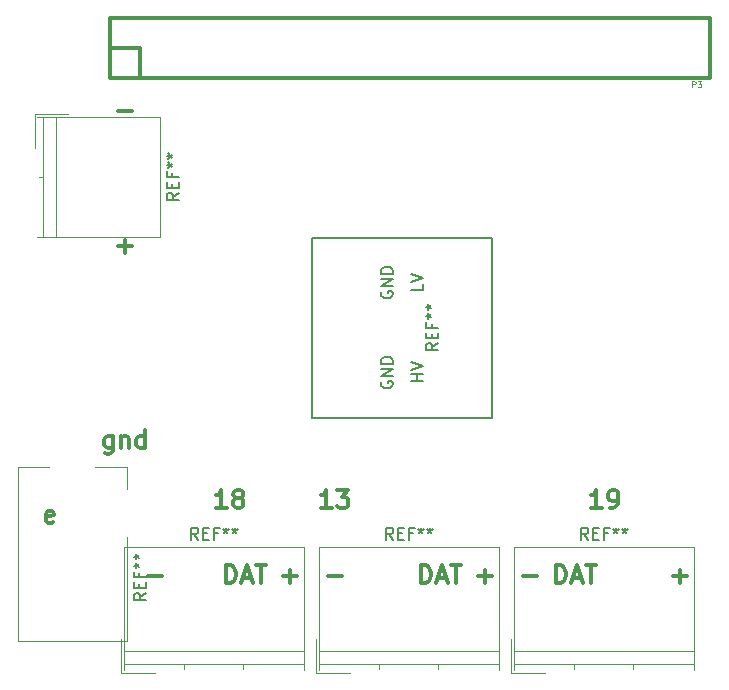
<source format=gto>
G04 #@! TF.FileFunction,Legend,Top*
%FSLAX46Y46*%
G04 Gerber Fmt 4.6, Leading zero omitted, Abs format (unit mm)*
G04 Created by KiCad (PCBNEW 4.0.7) date 10/03/17 12:38:28*
%MOMM*%
%LPD*%
G01*
G04 APERTURE LIST*
%ADD10C,0.100000*%
%ADD11C,0.300000*%
%ADD12C,0.304800*%
%ADD13C,0.120000*%
%ADD14C,0.150000*%
%ADD15C,0.125000*%
G04 APERTURE END LIST*
D10*
D11*
X130804286Y-113808571D02*
X129947143Y-113808571D01*
X130375715Y-113808571D02*
X130375715Y-112308571D01*
X130232858Y-112522857D01*
X130090000Y-112665714D01*
X129947143Y-112737143D01*
X131304286Y-112308571D02*
X132232857Y-112308571D01*
X131732857Y-112880000D01*
X131947143Y-112880000D01*
X132090000Y-112951429D01*
X132161429Y-113022857D01*
X132232857Y-113165714D01*
X132232857Y-113522857D01*
X132161429Y-113665714D01*
X132090000Y-113737143D01*
X131947143Y-113808571D01*
X131518571Y-113808571D01*
X131375714Y-113737143D01*
X131304286Y-113665714D01*
X107245714Y-115007143D02*
X107102857Y-115078571D01*
X106817143Y-115078571D01*
X106674286Y-115007143D01*
X106602857Y-114864286D01*
X106602857Y-114292857D01*
X106674286Y-114150000D01*
X106817143Y-114078571D01*
X107102857Y-114078571D01*
X107245714Y-114150000D01*
X107317143Y-114292857D01*
X107317143Y-114435714D01*
X106602857Y-114578571D01*
X153664286Y-113808571D02*
X152807143Y-113808571D01*
X153235715Y-113808571D02*
X153235715Y-112308571D01*
X153092858Y-112522857D01*
X152950000Y-112665714D01*
X152807143Y-112737143D01*
X154378571Y-113808571D02*
X154664286Y-113808571D01*
X154807143Y-113737143D01*
X154878571Y-113665714D01*
X155021429Y-113451429D01*
X155092857Y-113165714D01*
X155092857Y-112594286D01*
X155021429Y-112451429D01*
X154950000Y-112380000D01*
X154807143Y-112308571D01*
X154521429Y-112308571D01*
X154378571Y-112380000D01*
X154307143Y-112451429D01*
X154235714Y-112594286D01*
X154235714Y-112951429D01*
X154307143Y-113094286D01*
X154378571Y-113165714D01*
X154521429Y-113237143D01*
X154807143Y-113237143D01*
X154950000Y-113165714D01*
X155021429Y-113094286D01*
X155092857Y-112951429D01*
X121914286Y-113808571D02*
X121057143Y-113808571D01*
X121485715Y-113808571D02*
X121485715Y-112308571D01*
X121342858Y-112522857D01*
X121200000Y-112665714D01*
X121057143Y-112737143D01*
X122771429Y-112951429D02*
X122628571Y-112880000D01*
X122557143Y-112808571D01*
X122485714Y-112665714D01*
X122485714Y-112594286D01*
X122557143Y-112451429D01*
X122628571Y-112380000D01*
X122771429Y-112308571D01*
X123057143Y-112308571D01*
X123200000Y-112380000D01*
X123271429Y-112451429D01*
X123342857Y-112594286D01*
X123342857Y-112665714D01*
X123271429Y-112808571D01*
X123200000Y-112880000D01*
X123057143Y-112951429D01*
X122771429Y-112951429D01*
X122628571Y-113022857D01*
X122557143Y-113094286D01*
X122485714Y-113237143D01*
X122485714Y-113522857D01*
X122557143Y-113665714D01*
X122628571Y-113737143D01*
X122771429Y-113808571D01*
X123057143Y-113808571D01*
X123200000Y-113737143D01*
X123271429Y-113665714D01*
X123342857Y-113522857D01*
X123342857Y-113237143D01*
X123271429Y-113094286D01*
X123200000Y-113022857D01*
X123057143Y-112951429D01*
X112274286Y-107728571D02*
X112274286Y-108942857D01*
X112202857Y-109085714D01*
X112131429Y-109157143D01*
X111988572Y-109228571D01*
X111774286Y-109228571D01*
X111631429Y-109157143D01*
X112274286Y-108657143D02*
X112131429Y-108728571D01*
X111845715Y-108728571D01*
X111702857Y-108657143D01*
X111631429Y-108585714D01*
X111560000Y-108442857D01*
X111560000Y-108014286D01*
X111631429Y-107871429D01*
X111702857Y-107800000D01*
X111845715Y-107728571D01*
X112131429Y-107728571D01*
X112274286Y-107800000D01*
X112988572Y-107728571D02*
X112988572Y-108728571D01*
X112988572Y-107871429D02*
X113060000Y-107800000D01*
X113202858Y-107728571D01*
X113417143Y-107728571D01*
X113560000Y-107800000D01*
X113631429Y-107942857D01*
X113631429Y-108728571D01*
X114988572Y-108728571D02*
X114988572Y-107228571D01*
X114988572Y-108657143D02*
X114845715Y-108728571D01*
X114560001Y-108728571D01*
X114417143Y-108657143D01*
X114345715Y-108585714D01*
X114274286Y-108442857D01*
X114274286Y-108014286D01*
X114345715Y-107871429D01*
X114417143Y-107800000D01*
X114560001Y-107728571D01*
X114845715Y-107728571D01*
X114988572Y-107800000D01*
X149802858Y-120158571D02*
X149802858Y-118658571D01*
X150160001Y-118658571D01*
X150374286Y-118730000D01*
X150517144Y-118872857D01*
X150588572Y-119015714D01*
X150660001Y-119301429D01*
X150660001Y-119515714D01*
X150588572Y-119801429D01*
X150517144Y-119944286D01*
X150374286Y-120087143D01*
X150160001Y-120158571D01*
X149802858Y-120158571D01*
X151231429Y-119730000D02*
X151945715Y-119730000D01*
X151088572Y-120158571D02*
X151588572Y-118658571D01*
X152088572Y-120158571D01*
X152374286Y-118658571D02*
X153231429Y-118658571D01*
X152802858Y-120158571D02*
X152802858Y-118658571D01*
X138372858Y-120158571D02*
X138372858Y-118658571D01*
X138730001Y-118658571D01*
X138944286Y-118730000D01*
X139087144Y-118872857D01*
X139158572Y-119015714D01*
X139230001Y-119301429D01*
X139230001Y-119515714D01*
X139158572Y-119801429D01*
X139087144Y-119944286D01*
X138944286Y-120087143D01*
X138730001Y-120158571D01*
X138372858Y-120158571D01*
X139801429Y-119730000D02*
X140515715Y-119730000D01*
X139658572Y-120158571D02*
X140158572Y-118658571D01*
X140658572Y-120158571D01*
X140944286Y-118658571D02*
X141801429Y-118658571D01*
X141372858Y-120158571D02*
X141372858Y-118658571D01*
X121862858Y-120158571D02*
X121862858Y-118658571D01*
X122220001Y-118658571D01*
X122434286Y-118730000D01*
X122577144Y-118872857D01*
X122648572Y-119015714D01*
X122720001Y-119301429D01*
X122720001Y-119515714D01*
X122648572Y-119801429D01*
X122577144Y-119944286D01*
X122434286Y-120087143D01*
X122220001Y-120158571D01*
X121862858Y-120158571D01*
X123291429Y-119730000D02*
X124005715Y-119730000D01*
X123148572Y-120158571D02*
X123648572Y-118658571D01*
X124148572Y-120158571D01*
X124434286Y-118658571D02*
X125291429Y-118658571D01*
X124862858Y-120158571D02*
X124862858Y-118658571D01*
X147028572Y-119587143D02*
X148171429Y-119587143D01*
X130518572Y-119587143D02*
X131661429Y-119587143D01*
X115278572Y-119587143D02*
X116421429Y-119587143D01*
X112738572Y-80217143D02*
X113881429Y-80217143D01*
X112738572Y-91647143D02*
X113881429Y-91647143D01*
X113310000Y-92218571D02*
X113310000Y-91075714D01*
X159728572Y-119587143D02*
X160871429Y-119587143D01*
X160300000Y-120158571D02*
X160300000Y-119015714D01*
X126708572Y-119587143D02*
X127851429Y-119587143D01*
X127280000Y-120158571D02*
X127280000Y-119015714D01*
X143218572Y-119587143D02*
X144361429Y-119587143D01*
X143790000Y-120158571D02*
X143790000Y-119015714D01*
D12*
X162820000Y-77360000D02*
X112020000Y-77360000D01*
X112020000Y-72280000D02*
X162820000Y-72280000D01*
X112020000Y-74820000D02*
X114560000Y-74820000D01*
X114560000Y-74820000D02*
X114560000Y-77360000D01*
X112020000Y-72280000D02*
X112020000Y-77360000D01*
X162820000Y-77360000D02*
X162820000Y-72280000D01*
D13*
X113250000Y-125920000D02*
X128450000Y-125920000D01*
X113250000Y-127020000D02*
X128450000Y-127020000D01*
X113250000Y-127520000D02*
X113250000Y-117120000D01*
X113250000Y-117120000D02*
X128450000Y-117120000D01*
X128450000Y-117120000D02*
X128450000Y-127520000D01*
X118350000Y-127020000D02*
X118350000Y-127420000D01*
X123350000Y-127020000D02*
X123350000Y-127420000D01*
X113010000Y-124920000D02*
X113010000Y-127760000D01*
X113010000Y-127760000D02*
X115850000Y-127760000D01*
X129760000Y-125920000D02*
X144960000Y-125920000D01*
X129760000Y-127020000D02*
X144960000Y-127020000D01*
X129760000Y-127520000D02*
X129760000Y-117120000D01*
X129760000Y-117120000D02*
X144960000Y-117120000D01*
X144960000Y-117120000D02*
X144960000Y-127520000D01*
X134860000Y-127020000D02*
X134860000Y-127420000D01*
X139860000Y-127020000D02*
X139860000Y-127420000D01*
X129520000Y-124920000D02*
X129520000Y-127760000D01*
X129520000Y-127760000D02*
X132360000Y-127760000D01*
X146270000Y-125920000D02*
X161470000Y-125920000D01*
X146270000Y-127020000D02*
X161470000Y-127020000D01*
X146270000Y-127520000D02*
X146270000Y-117120000D01*
X146270000Y-117120000D02*
X161470000Y-117120000D01*
X161470000Y-117120000D02*
X161470000Y-127520000D01*
X151370000Y-127020000D02*
X151370000Y-127420000D01*
X156370000Y-127020000D02*
X156370000Y-127420000D01*
X146030000Y-124920000D02*
X146030000Y-127760000D01*
X146030000Y-127760000D02*
X148870000Y-127760000D01*
X107505000Y-80685000D02*
X107505000Y-90885000D01*
X106405000Y-80685000D02*
X106405000Y-90885000D01*
X105905000Y-80685000D02*
X116305000Y-80685000D01*
X116305000Y-80685000D02*
X116305000Y-90885000D01*
X116305000Y-90885000D02*
X105905000Y-90885000D01*
X106405000Y-85785000D02*
X106005000Y-85785000D01*
X108505000Y-80445000D02*
X105665000Y-80445000D01*
X105665000Y-80445000D02*
X105665000Y-83285000D01*
X113465000Y-116225000D02*
X113465000Y-125025000D01*
X113465000Y-125025000D02*
X104265000Y-125025000D01*
X110765000Y-110325000D02*
X113465000Y-110325000D01*
X113465000Y-110325000D02*
X113465000Y-112225000D01*
X104265000Y-125025000D02*
X104265000Y-110325000D01*
X104265000Y-110325000D02*
X106865000Y-110325000D01*
D14*
X144425000Y-106145000D02*
X129185000Y-106145000D01*
X129185000Y-106145000D02*
X129185000Y-90905000D01*
X129185000Y-90905000D02*
X144425000Y-90905000D01*
X144425000Y-90905000D02*
X144425000Y-106145000D01*
D15*
X161340953Y-78176190D02*
X161340953Y-77676190D01*
X161531429Y-77676190D01*
X161579048Y-77700000D01*
X161602857Y-77723810D01*
X161626667Y-77771429D01*
X161626667Y-77842857D01*
X161602857Y-77890476D01*
X161579048Y-77914286D01*
X161531429Y-77938095D01*
X161340953Y-77938095D01*
X161793334Y-77676190D02*
X162102857Y-77676190D01*
X161936191Y-77866667D01*
X162007619Y-77866667D01*
X162055238Y-77890476D01*
X162079048Y-77914286D01*
X162102857Y-77961905D01*
X162102857Y-78080952D01*
X162079048Y-78128571D01*
X162055238Y-78152381D01*
X162007619Y-78176190D01*
X161864762Y-78176190D01*
X161817143Y-78152381D01*
X161793334Y-78128571D01*
D14*
X119516667Y-116472381D02*
X119183333Y-115996190D01*
X118945238Y-116472381D02*
X118945238Y-115472381D01*
X119326191Y-115472381D01*
X119421429Y-115520000D01*
X119469048Y-115567619D01*
X119516667Y-115662857D01*
X119516667Y-115805714D01*
X119469048Y-115900952D01*
X119421429Y-115948571D01*
X119326191Y-115996190D01*
X118945238Y-115996190D01*
X119945238Y-115948571D02*
X120278572Y-115948571D01*
X120421429Y-116472381D02*
X119945238Y-116472381D01*
X119945238Y-115472381D01*
X120421429Y-115472381D01*
X121183334Y-115948571D02*
X120850000Y-115948571D01*
X120850000Y-116472381D02*
X120850000Y-115472381D01*
X121326191Y-115472381D01*
X121850000Y-115472381D02*
X121850000Y-115710476D01*
X121611905Y-115615238D02*
X121850000Y-115710476D01*
X122088096Y-115615238D01*
X121707143Y-115900952D02*
X121850000Y-115710476D01*
X121992858Y-115900952D01*
X122611905Y-115472381D02*
X122611905Y-115710476D01*
X122373810Y-115615238D02*
X122611905Y-115710476D01*
X122850001Y-115615238D01*
X122469048Y-115900952D02*
X122611905Y-115710476D01*
X122754763Y-115900952D01*
X136026667Y-116472381D02*
X135693333Y-115996190D01*
X135455238Y-116472381D02*
X135455238Y-115472381D01*
X135836191Y-115472381D01*
X135931429Y-115520000D01*
X135979048Y-115567619D01*
X136026667Y-115662857D01*
X136026667Y-115805714D01*
X135979048Y-115900952D01*
X135931429Y-115948571D01*
X135836191Y-115996190D01*
X135455238Y-115996190D01*
X136455238Y-115948571D02*
X136788572Y-115948571D01*
X136931429Y-116472381D02*
X136455238Y-116472381D01*
X136455238Y-115472381D01*
X136931429Y-115472381D01*
X137693334Y-115948571D02*
X137360000Y-115948571D01*
X137360000Y-116472381D02*
X137360000Y-115472381D01*
X137836191Y-115472381D01*
X138360000Y-115472381D02*
X138360000Y-115710476D01*
X138121905Y-115615238D02*
X138360000Y-115710476D01*
X138598096Y-115615238D01*
X138217143Y-115900952D02*
X138360000Y-115710476D01*
X138502858Y-115900952D01*
X139121905Y-115472381D02*
X139121905Y-115710476D01*
X138883810Y-115615238D02*
X139121905Y-115710476D01*
X139360001Y-115615238D01*
X138979048Y-115900952D02*
X139121905Y-115710476D01*
X139264763Y-115900952D01*
X152536667Y-116472381D02*
X152203333Y-115996190D01*
X151965238Y-116472381D02*
X151965238Y-115472381D01*
X152346191Y-115472381D01*
X152441429Y-115520000D01*
X152489048Y-115567619D01*
X152536667Y-115662857D01*
X152536667Y-115805714D01*
X152489048Y-115900952D01*
X152441429Y-115948571D01*
X152346191Y-115996190D01*
X151965238Y-115996190D01*
X152965238Y-115948571D02*
X153298572Y-115948571D01*
X153441429Y-116472381D02*
X152965238Y-116472381D01*
X152965238Y-115472381D01*
X153441429Y-115472381D01*
X154203334Y-115948571D02*
X153870000Y-115948571D01*
X153870000Y-116472381D02*
X153870000Y-115472381D01*
X154346191Y-115472381D01*
X154870000Y-115472381D02*
X154870000Y-115710476D01*
X154631905Y-115615238D02*
X154870000Y-115710476D01*
X155108096Y-115615238D01*
X154727143Y-115900952D02*
X154870000Y-115710476D01*
X155012858Y-115900952D01*
X155631905Y-115472381D02*
X155631905Y-115710476D01*
X155393810Y-115615238D02*
X155631905Y-115710476D01*
X155870001Y-115615238D01*
X155489048Y-115900952D02*
X155631905Y-115710476D01*
X155774763Y-115900952D01*
X117857381Y-87118333D02*
X117381190Y-87451667D01*
X117857381Y-87689762D02*
X116857381Y-87689762D01*
X116857381Y-87308809D01*
X116905000Y-87213571D01*
X116952619Y-87165952D01*
X117047857Y-87118333D01*
X117190714Y-87118333D01*
X117285952Y-87165952D01*
X117333571Y-87213571D01*
X117381190Y-87308809D01*
X117381190Y-87689762D01*
X117333571Y-86689762D02*
X117333571Y-86356428D01*
X117857381Y-86213571D02*
X117857381Y-86689762D01*
X116857381Y-86689762D01*
X116857381Y-86213571D01*
X117333571Y-85451666D02*
X117333571Y-85785000D01*
X117857381Y-85785000D02*
X116857381Y-85785000D01*
X116857381Y-85308809D01*
X116857381Y-84785000D02*
X117095476Y-84785000D01*
X117000238Y-85023095D02*
X117095476Y-84785000D01*
X117000238Y-84546904D01*
X117285952Y-84927857D02*
X117095476Y-84785000D01*
X117285952Y-84642142D01*
X116857381Y-84023095D02*
X117095476Y-84023095D01*
X117000238Y-84261190D02*
X117095476Y-84023095D01*
X117000238Y-83784999D01*
X117285952Y-84165952D02*
X117095476Y-84023095D01*
X117285952Y-83880237D01*
X115067381Y-121008333D02*
X114591190Y-121341667D01*
X115067381Y-121579762D02*
X114067381Y-121579762D01*
X114067381Y-121198809D01*
X114115000Y-121103571D01*
X114162619Y-121055952D01*
X114257857Y-121008333D01*
X114400714Y-121008333D01*
X114495952Y-121055952D01*
X114543571Y-121103571D01*
X114591190Y-121198809D01*
X114591190Y-121579762D01*
X114543571Y-120579762D02*
X114543571Y-120246428D01*
X115067381Y-120103571D02*
X115067381Y-120579762D01*
X114067381Y-120579762D01*
X114067381Y-120103571D01*
X114543571Y-119341666D02*
X114543571Y-119675000D01*
X115067381Y-119675000D02*
X114067381Y-119675000D01*
X114067381Y-119198809D01*
X114067381Y-118675000D02*
X114305476Y-118675000D01*
X114210238Y-118913095D02*
X114305476Y-118675000D01*
X114210238Y-118436904D01*
X114495952Y-118817857D02*
X114305476Y-118675000D01*
X114495952Y-118532142D01*
X114067381Y-117913095D02*
X114305476Y-117913095D01*
X114210238Y-118151190D02*
X114305476Y-117913095D01*
X114210238Y-117674999D01*
X114495952Y-118055952D02*
X114305476Y-117913095D01*
X114495952Y-117770237D01*
X139797381Y-99858333D02*
X139321190Y-100191667D01*
X139797381Y-100429762D02*
X138797381Y-100429762D01*
X138797381Y-100048809D01*
X138845000Y-99953571D01*
X138892619Y-99905952D01*
X138987857Y-99858333D01*
X139130714Y-99858333D01*
X139225952Y-99905952D01*
X139273571Y-99953571D01*
X139321190Y-100048809D01*
X139321190Y-100429762D01*
X139273571Y-99429762D02*
X139273571Y-99096428D01*
X139797381Y-98953571D02*
X139797381Y-99429762D01*
X138797381Y-99429762D01*
X138797381Y-98953571D01*
X139273571Y-98191666D02*
X139273571Y-98525000D01*
X139797381Y-98525000D02*
X138797381Y-98525000D01*
X138797381Y-98048809D01*
X138797381Y-97525000D02*
X139035476Y-97525000D01*
X138940238Y-97763095D02*
X139035476Y-97525000D01*
X138940238Y-97286904D01*
X139225952Y-97667857D02*
X139035476Y-97525000D01*
X139225952Y-97382142D01*
X138797381Y-96763095D02*
X139035476Y-96763095D01*
X138940238Y-97001190D02*
X139035476Y-96763095D01*
X138940238Y-96524999D01*
X139225952Y-96905952D02*
X139035476Y-96763095D01*
X139225952Y-96620237D01*
X135035000Y-103096904D02*
X134987381Y-103192142D01*
X134987381Y-103334999D01*
X135035000Y-103477857D01*
X135130238Y-103573095D01*
X135225476Y-103620714D01*
X135415952Y-103668333D01*
X135558810Y-103668333D01*
X135749286Y-103620714D01*
X135844524Y-103573095D01*
X135939762Y-103477857D01*
X135987381Y-103334999D01*
X135987381Y-103239761D01*
X135939762Y-103096904D01*
X135892143Y-103049285D01*
X135558810Y-103049285D01*
X135558810Y-103239761D01*
X135987381Y-102620714D02*
X134987381Y-102620714D01*
X135987381Y-102049285D01*
X134987381Y-102049285D01*
X135987381Y-101573095D02*
X134987381Y-101573095D01*
X134987381Y-101335000D01*
X135035000Y-101192142D01*
X135130238Y-101096904D01*
X135225476Y-101049285D01*
X135415952Y-101001666D01*
X135558810Y-101001666D01*
X135749286Y-101049285D01*
X135844524Y-101096904D01*
X135939762Y-101192142D01*
X135987381Y-101335000D01*
X135987381Y-101573095D01*
X138527381Y-103049286D02*
X137527381Y-103049286D01*
X138003571Y-103049286D02*
X138003571Y-102477857D01*
X138527381Y-102477857D02*
X137527381Y-102477857D01*
X137527381Y-102144524D02*
X138527381Y-101811191D01*
X137527381Y-101477857D01*
X135035000Y-95476904D02*
X134987381Y-95572142D01*
X134987381Y-95714999D01*
X135035000Y-95857857D01*
X135130238Y-95953095D01*
X135225476Y-96000714D01*
X135415952Y-96048333D01*
X135558810Y-96048333D01*
X135749286Y-96000714D01*
X135844524Y-95953095D01*
X135939762Y-95857857D01*
X135987381Y-95714999D01*
X135987381Y-95619761D01*
X135939762Y-95476904D01*
X135892143Y-95429285D01*
X135558810Y-95429285D01*
X135558810Y-95619761D01*
X135987381Y-95000714D02*
X134987381Y-95000714D01*
X135987381Y-94429285D01*
X134987381Y-94429285D01*
X135987381Y-93953095D02*
X134987381Y-93953095D01*
X134987381Y-93715000D01*
X135035000Y-93572142D01*
X135130238Y-93476904D01*
X135225476Y-93429285D01*
X135415952Y-93381666D01*
X135558810Y-93381666D01*
X135749286Y-93429285D01*
X135844524Y-93476904D01*
X135939762Y-93572142D01*
X135987381Y-93715000D01*
X135987381Y-93953095D01*
X138527381Y-94834047D02*
X138527381Y-95310238D01*
X137527381Y-95310238D01*
X137527381Y-94643571D02*
X138527381Y-94310238D01*
X137527381Y-93976904D01*
M02*

</source>
